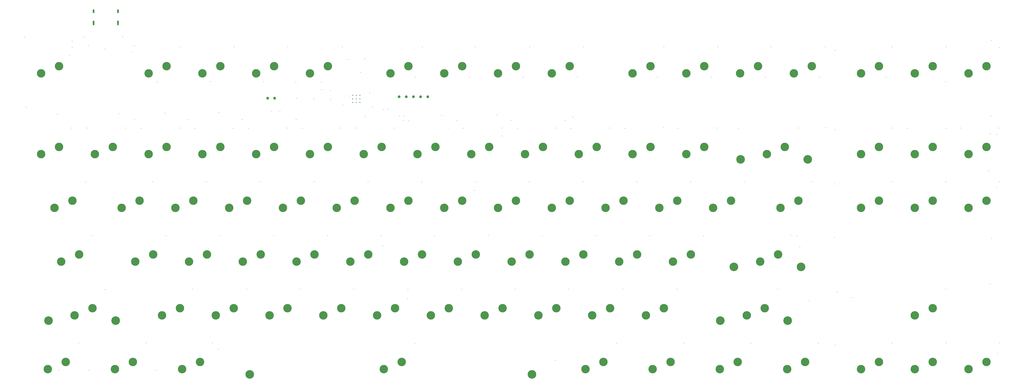
<source format=gbr>
%TF.GenerationSoftware,KiCad,Pcbnew,8.0.8*%
%TF.CreationDate,2025-02-03T21:48:27-05:00*%
%TF.ProjectId,OakSpring,4f616b53-7072-4696-9e67-2e6b69636164,rev?*%
%TF.SameCoordinates,Original*%
%TF.FileFunction,Plated,1,2,PTH,Mixed*%
%TF.FilePolarity,Positive*%
%FSLAX46Y46*%
G04 Gerber Fmt 4.6, Leading zero omitted, Abs format (unit mm)*
G04 Created by KiCad (PCBNEW 8.0.8) date 2025-02-03 21:48:27*
%MOMM*%
%LPD*%
G01*
G04 APERTURE LIST*
%TA.AperFunction,ViaDrill*%
%ADD10C,0.300000*%
%TD*%
%TA.AperFunction,ComponentDrill*%
%ADD11C,0.350000*%
%TD*%
G04 aperture for slot hole*
%TA.AperFunction,ComponentDrill*%
%ADD12C,0.600000*%
%TD*%
%TA.AperFunction,ComponentDrill*%
%ADD13C,1.000000*%
%TD*%
%TA.AperFunction,ComponentDrill*%
%ADD14C,3.000000*%
%TD*%
%TA.AperFunction,ComponentDrill*%
%ADD15C,3.048000*%
%TD*%
G04 APERTURE END LIST*
D10*
X29800000Y-30300000D03*
X30325000Y-55100000D03*
X41325000Y-57600000D03*
X41875000Y-148425000D03*
X45650000Y-36925000D03*
X46375000Y-62550000D03*
X46550000Y-31850000D03*
X46575000Y-33950000D03*
X48850000Y-138775000D03*
X50650000Y-30300000D03*
X51300000Y-81575000D03*
X51825000Y-62550000D03*
X52275000Y-33300000D03*
X52525000Y-148375000D03*
X53600000Y-100650000D03*
X58150000Y-119750000D03*
X58200000Y-34550000D03*
X63125000Y-57450000D03*
X64475000Y-30325000D03*
X65425000Y-62575000D03*
X67925000Y-35450000D03*
X68575000Y-33350000D03*
X68650000Y-59500000D03*
X70950000Y-62600000D03*
X72825000Y-138675000D03*
X75150000Y-81625000D03*
X76325000Y-148425000D03*
X76750000Y-46175000D03*
X79450000Y-57325000D03*
X79875000Y-100625000D03*
X84475000Y-62575000D03*
X84900000Y-33775000D03*
X87725000Y-59500000D03*
X89250000Y-119725000D03*
X89975000Y-62650000D03*
X94200000Y-81650000D03*
X95450000Y-46075000D03*
X96275000Y-138750000D03*
X98400000Y-140925000D03*
X98600000Y-57000000D03*
X98850000Y-100650000D03*
X103575000Y-62600000D03*
X104025000Y-33725000D03*
X106800000Y-59500000D03*
X108350000Y-119675000D03*
X109075000Y-62600000D03*
X113250000Y-81650000D03*
X114400000Y-46125000D03*
X117275000Y-56775000D03*
X117925000Y-100650000D03*
X120125000Y-56500000D03*
X122700000Y-62550000D03*
X122850000Y-33700000D03*
X125825000Y-46275000D03*
X125950000Y-59475000D03*
X126050000Y-51975000D03*
X127400000Y-119725000D03*
X128100000Y-62700000D03*
X132250000Y-52225000D03*
X132325000Y-81550000D03*
X134850000Y-46375000D03*
X135000000Y-48900000D03*
X137000000Y-100675000D03*
X138100000Y-49275000D03*
X138125000Y-52325000D03*
X141700000Y-62575000D03*
X142275000Y-33725000D03*
X142525000Y-54400000D03*
X144325000Y-38225000D03*
X144800000Y-51200000D03*
X146315443Y-119680467D03*
X147250000Y-62575000D03*
X148875000Y-42925000D03*
X150300000Y-38000000D03*
X150350000Y-58575000D03*
X151425000Y-81600000D03*
X151950000Y-50100000D03*
X153075000Y-55125000D03*
X155950000Y-100625000D03*
X156625000Y-104300000D03*
X156775000Y-55975000D03*
X158425000Y-55875000D03*
X160725000Y-62575000D03*
X162550000Y-58275000D03*
X163900000Y-59825000D03*
X164025000Y-58275000D03*
X165350000Y-123000000D03*
X165525000Y-119675000D03*
X165800000Y-60025000D03*
X168000000Y-138750000D03*
X168175000Y-44550000D03*
X170450000Y-81650000D03*
X170625000Y-33725000D03*
X174975000Y-100650000D03*
X177550000Y-58050000D03*
X179800000Y-62525000D03*
X182900000Y-59900000D03*
X184600000Y-119700000D03*
X185075000Y-62650000D03*
X187350000Y-44550000D03*
X189100000Y-84650000D03*
X189425000Y-33775000D03*
X189500000Y-81650000D03*
X194175000Y-100600000D03*
X197125000Y-57925000D03*
X198850000Y-65375000D03*
X198900000Y-62525000D03*
X202075000Y-59800000D03*
X203525000Y-119700000D03*
X204375000Y-62650000D03*
X206325000Y-44475000D03*
X208550000Y-81625000D03*
X208700000Y-33775000D03*
X213200000Y-100650000D03*
X217650000Y-144825000D03*
X217850000Y-62525000D03*
X221250000Y-59850000D03*
X222550000Y-119700000D03*
X223300000Y-62675000D03*
X224075000Y-58650000D03*
X225575000Y-44450000D03*
X227575000Y-81550000D03*
X227700000Y-33725000D03*
X232200000Y-100675000D03*
X237000000Y-62525000D03*
X239500000Y-138750000D03*
X241700000Y-119725000D03*
X242425000Y-62675000D03*
X246625000Y-81600000D03*
X251225000Y-100625000D03*
X253950000Y-44550000D03*
X256075000Y-62500000D03*
X256175000Y-33775000D03*
X260900000Y-119650000D03*
X261200000Y-62650000D03*
X263200000Y-138775000D03*
X265700000Y-81625000D03*
X270225000Y-100700000D03*
X273025000Y-44500000D03*
X275125000Y-62550000D03*
X275325000Y-33725000D03*
X282625000Y-62650000D03*
X284675000Y-81625000D03*
X287125000Y-138750000D03*
X292100000Y-44550000D03*
X294250000Y-33775000D03*
X296475000Y-119700000D03*
X301200000Y-100600000D03*
X303300000Y-100750000D03*
X303775000Y-62525000D03*
X304400000Y-104650000D03*
X307725000Y-123725000D03*
X308525000Y-81625000D03*
X310925000Y-138775000D03*
X311250000Y-44500000D03*
X313375000Y-33775000D03*
X313525000Y-62400000D03*
X316650000Y-82325000D03*
X316650000Y-101325000D03*
X316875000Y-35022263D03*
X316925000Y-139450000D03*
X316950000Y-63175000D03*
X317500000Y-120747223D03*
X322875000Y-122650000D03*
X334925000Y-44525000D03*
X336900000Y-62525000D03*
X336975000Y-138775000D03*
X337050000Y-33800000D03*
X337100000Y-81600000D03*
X342375000Y-62650000D03*
X356000000Y-46150000D03*
X356025000Y-119675000D03*
X356100000Y-138675000D03*
X356125000Y-81575000D03*
X356150000Y-33725000D03*
X356225000Y-62600000D03*
X361325000Y-62575000D03*
X371400000Y-77725000D03*
X371750000Y-117900000D03*
X371825000Y-64650000D03*
X372125000Y-58300000D03*
X372200000Y-31525000D03*
X372350000Y-101675000D03*
X374100000Y-83525000D03*
X374128471Y-64775000D03*
X374425000Y-142400000D03*
X374925000Y-62550000D03*
X375050000Y-34000000D03*
X375050000Y-138650000D03*
X375075000Y-81575000D03*
D11*
%TO.C,*%
X145975000Y-50975000D03*
X145975000Y-52250000D03*
X145975000Y-53525000D03*
X147250000Y-50975000D03*
X147250000Y-52250000D03*
X147250000Y-53525000D03*
X148525000Y-50975000D03*
X148525000Y-52250000D03*
X148525000Y-53525000D03*
D12*
%TO.C,J1*%
X54083764Y-21510764D02*
X54083764Y-20710764D01*
X54083764Y-25840764D02*
X54083764Y-24740764D01*
X62723764Y-21510764D02*
X62723764Y-20710764D01*
X62723764Y-25840764D02*
X62723764Y-24740764D01*
D13*
%TO.C,J2*%
X115825000Y-51975000D03*
X118325000Y-51975000D03*
%TO.C,J3*%
X162365000Y-51450000D03*
X164905000Y-51450000D03*
X167445000Y-51450000D03*
X169985000Y-51450000D03*
X172525000Y-51450000D03*
D14*
%TO.C,MX1*%
X35560000Y-43180000D03*
%TO.C,MX17*%
X35560000Y-71755000D03*
%TO.C,MX77*%
X37941250Y-147955000D03*
%TO.C,MX34*%
X40322500Y-90805000D03*
%TO.C,MX1*%
X41910000Y-40640000D03*
%TO.C,MX17*%
X41910000Y-69215000D03*
%TO.C,MX51*%
X42703750Y-109855000D03*
%TO.C,MX77*%
X44291250Y-145415000D03*
%TO.C,MX34*%
X46672500Y-88265000D03*
%TO.C,MX64*%
X47466250Y-128905000D03*
%TO.C,MX51*%
X49053750Y-107315000D03*
%TO.C,MX64*%
X53816250Y-126365000D03*
%TO.C,MX18*%
X54610000Y-71755000D03*
X60960000Y-69215000D03*
%TO.C,MX78*%
X61753750Y-147955000D03*
%TO.C,MX35*%
X64135000Y-90805000D03*
%TO.C,MX78*%
X68103750Y-145415000D03*
%TO.C,MX52*%
X68897500Y-109855000D03*
%TO.C,MX35*%
X70485000Y-88265000D03*
%TO.C,MX2*%
X73660000Y-43180000D03*
%TO.C,MX19*%
X73660000Y-71755000D03*
%TO.C,MX52*%
X75247500Y-107315000D03*
%TO.C,MX65*%
X78422500Y-128905000D03*
%TO.C,MX2*%
X80010000Y-40640000D03*
%TO.C,MX19*%
X80010000Y-69215000D03*
%TO.C,MX36*%
X83185000Y-90805000D03*
%TO.C,MX65*%
X84772500Y-126365000D03*
%TO.C,MX79*%
X85566250Y-147955000D03*
%TO.C,MX53*%
X87947500Y-109855000D03*
%TO.C,MX36*%
X89535000Y-88265000D03*
%TO.C,MX79*%
X91916250Y-145415000D03*
%TO.C,MX3*%
X92710000Y-43180000D03*
%TO.C,MX20*%
X92710000Y-71755000D03*
%TO.C,MX53*%
X94297500Y-107315000D03*
%TO.C,MX66*%
X97472500Y-128905000D03*
%TO.C,MX3*%
X99060000Y-40640000D03*
%TO.C,MX20*%
X99060000Y-69215000D03*
%TO.C,MX37*%
X102235000Y-90805000D03*
%TO.C,MX66*%
X103822500Y-126365000D03*
%TO.C,MX54*%
X106997500Y-109855000D03*
%TO.C,MX37*%
X108585000Y-88265000D03*
%TO.C,MX4*%
X111760000Y-43180000D03*
%TO.C,MX21*%
X111760000Y-71755000D03*
%TO.C,MX54*%
X113347500Y-107315000D03*
%TO.C,MX67*%
X116522500Y-128905000D03*
%TO.C,MX4*%
X118110000Y-40640000D03*
%TO.C,MX21*%
X118110000Y-69215000D03*
%TO.C,MX38*%
X121285000Y-90805000D03*
%TO.C,MX67*%
X122872500Y-126365000D03*
%TO.C,MX55*%
X126047500Y-109855000D03*
%TO.C,MX38*%
X127635000Y-88265000D03*
%TO.C,MX5*%
X130810000Y-43180000D03*
%TO.C,MX22*%
X130810000Y-71755000D03*
%TO.C,MX55*%
X132397500Y-107315000D03*
%TO.C,MX68*%
X135572500Y-128905000D03*
%TO.C,MX5*%
X137160000Y-40640000D03*
%TO.C,MX22*%
X137160000Y-69215000D03*
%TO.C,MX39*%
X140335000Y-90805000D03*
%TO.C,MX68*%
X141922500Y-126365000D03*
%TO.C,MX56*%
X145097500Y-109855000D03*
%TO.C,MX39*%
X146685000Y-88265000D03*
%TO.C,MX23*%
X149860000Y-71755000D03*
%TO.C,MX56*%
X151447500Y-107315000D03*
%TO.C,MX69*%
X154622500Y-128905000D03*
%TO.C,MX23*%
X156210000Y-69215000D03*
%TO.C,MX80*%
X157003750Y-147955000D03*
%TO.C,MX6*%
X159385000Y-43180000D03*
%TO.C,MX40*%
X159385000Y-90805000D03*
%TO.C,MX69*%
X160972500Y-126365000D03*
%TO.C,MX80*%
X163353750Y-145415000D03*
%TO.C,MX57*%
X164147500Y-109855000D03*
%TO.C,MX6*%
X165735000Y-40640000D03*
%TO.C,MX40*%
X165735000Y-88265000D03*
%TO.C,MX24*%
X168910000Y-71755000D03*
%TO.C,MX57*%
X170497500Y-107315000D03*
%TO.C,MX70*%
X173672500Y-128905000D03*
%TO.C,MX24*%
X175260000Y-69215000D03*
%TO.C,MX7*%
X178435000Y-43180000D03*
%TO.C,MX41*%
X178435000Y-90805000D03*
%TO.C,MX70*%
X180022500Y-126365000D03*
%TO.C,MX58*%
X183197500Y-109855000D03*
%TO.C,MX7*%
X184785000Y-40640000D03*
%TO.C,MX41*%
X184785000Y-88265000D03*
%TO.C,MX25*%
X187960000Y-71755000D03*
%TO.C,MX58*%
X189547500Y-107315000D03*
%TO.C,MX71*%
X192722500Y-128905000D03*
%TO.C,MX25*%
X194310000Y-69215000D03*
%TO.C,MX8*%
X197485000Y-43180000D03*
%TO.C,MX42*%
X197485000Y-90805000D03*
%TO.C,MX71*%
X199072500Y-126365000D03*
%TO.C,MX59*%
X202247500Y-109855000D03*
%TO.C,MX8*%
X203835000Y-40640000D03*
%TO.C,MX42*%
X203835000Y-88265000D03*
%TO.C,MX26*%
X207010000Y-71755000D03*
%TO.C,MX59*%
X208597500Y-107315000D03*
%TO.C,MX72*%
X211772500Y-128905000D03*
%TO.C,MX26*%
X213360000Y-69215000D03*
%TO.C,MX9*%
X216535000Y-43180000D03*
%TO.C,MX43*%
X216535000Y-90805000D03*
%TO.C,MX72*%
X218122500Y-126365000D03*
%TO.C,MX60*%
X221297500Y-109855000D03*
%TO.C,MX9*%
X222885000Y-40640000D03*
%TO.C,MX43*%
X222885000Y-88265000D03*
%TO.C,MX27*%
X226060000Y-71755000D03*
%TO.C,MX60*%
X227647500Y-107315000D03*
%TO.C,MX81*%
X228441250Y-147955000D03*
%TO.C,MX73*%
X230822500Y-128905000D03*
%TO.C,MX27*%
X232410000Y-69215000D03*
%TO.C,MX81*%
X234791250Y-145415000D03*
%TO.C,MX44*%
X235585000Y-90805000D03*
%TO.C,MX73*%
X237172500Y-126365000D03*
%TO.C,MX61*%
X240347500Y-109855000D03*
%TO.C,MX44*%
X241935000Y-88265000D03*
%TO.C,MX10*%
X245110000Y-43180000D03*
%TO.C,MX28*%
X245110000Y-71755000D03*
%TO.C,MX61*%
X246697500Y-107315000D03*
%TO.C,MX74*%
X249872500Y-128905000D03*
%TO.C,MX10*%
X251460000Y-40640000D03*
%TO.C,MX28*%
X251460000Y-69215000D03*
%TO.C,MX82*%
X252253750Y-147955000D03*
%TO.C,MX45*%
X254635000Y-90805000D03*
%TO.C,MX74*%
X256222500Y-126365000D03*
%TO.C,MX82*%
X258603750Y-145415000D03*
%TO.C,MX62*%
X259397500Y-109855000D03*
%TO.C,MX45*%
X260985000Y-88265000D03*
%TO.C,MX11*%
X264160000Y-43180000D03*
%TO.C,MX29*%
X264160000Y-71755000D03*
%TO.C,MX62*%
X265747500Y-107315000D03*
%TO.C,MX11*%
X270510000Y-40640000D03*
%TO.C,MX29*%
X270510000Y-69215000D03*
%TO.C,MX46*%
X273685000Y-90805000D03*
%TO.C,MX83*%
X276066250Y-147955000D03*
%TO.C,MX46*%
X280035000Y-88265000D03*
%TO.C,MX83*%
X282416250Y-145415000D03*
%TO.C,MX12*%
X283210000Y-43180000D03*
%TO.C,MX75*%
X285591250Y-128905000D03*
%TO.C,MX12*%
X289560000Y-40640000D03*
%TO.C,MX63*%
X290353750Y-109855000D03*
%TO.C,MX75*%
X291941250Y-126365000D03*
%TO.C,MX30*%
X292735000Y-71755000D03*
%TO.C,MX63*%
X296703750Y-107315000D03*
%TO.C,MX47*%
X297497500Y-90805000D03*
%TO.C,MX30*%
X299085000Y-69215000D03*
%TO.C,MX84*%
X299878750Y-147955000D03*
%TO.C,MX13*%
X302260000Y-43180000D03*
%TO.C,MX47*%
X303847500Y-88265000D03*
%TO.C,MX84*%
X306228750Y-145415000D03*
%TO.C,MX13*%
X308610000Y-40640000D03*
%TO.C,MX14*%
X326072500Y-43180000D03*
%TO.C,MX31*%
X326072500Y-71755000D03*
%TO.C,MX48*%
X326072500Y-90805000D03*
%TO.C,MX85*%
X326072500Y-147955000D03*
%TO.C,MX14*%
X332422500Y-40640000D03*
%TO.C,MX31*%
X332422500Y-69215000D03*
%TO.C,MX48*%
X332422500Y-88265000D03*
%TO.C,MX85*%
X332422500Y-145415000D03*
%TO.C,MX15*%
X345122500Y-43180000D03*
%TO.C,MX32*%
X345122500Y-71755000D03*
%TO.C,MX49*%
X345122500Y-90805000D03*
%TO.C,MX76*%
X345122500Y-128905000D03*
%TO.C,MX86*%
X345122500Y-147955000D03*
%TO.C,MX15*%
X351472500Y-40640000D03*
%TO.C,MX32*%
X351472500Y-69215000D03*
%TO.C,MX49*%
X351472500Y-88265000D03*
%TO.C,MX76*%
X351472500Y-126365000D03*
%TO.C,MX86*%
X351472500Y-145415000D03*
%TO.C,MX16*%
X364172500Y-43180000D03*
%TO.C,MX33*%
X364172500Y-71755000D03*
%TO.C,MX50*%
X364172500Y-90805000D03*
%TO.C,MX87*%
X364172500Y-147955000D03*
%TO.C,MX16*%
X370522500Y-40640000D03*
%TO.C,MX33*%
X370522500Y-69215000D03*
%TO.C,MX50*%
X370522500Y-88265000D03*
%TO.C,MX87*%
X370522500Y-145415000D03*
D15*
%TO.C,S2*%
X38163500Y-130810000D03*
X61976000Y-130810000D03*
%TO.C,S5*%
X109505750Y-149863050D03*
X209518250Y-149863050D03*
%TO.C,S3*%
X276225000Y-130810000D03*
%TO.C,S4*%
X280987500Y-111760000D03*
%TO.C,S1*%
X283368750Y-73660000D03*
%TO.C,S3*%
X300037500Y-130810000D03*
%TO.C,S4*%
X304800000Y-111760000D03*
%TO.C,S1*%
X307181250Y-73660000D03*
M02*

</source>
